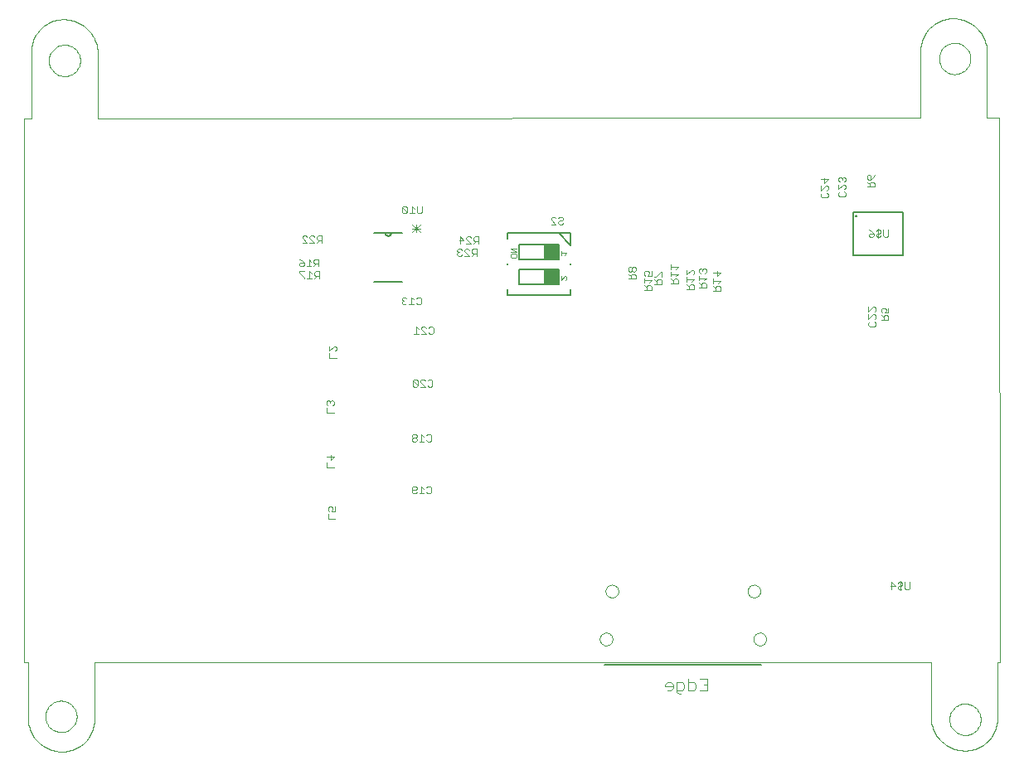
<source format=gbo>
G75*
G70*
%OFA0B0*%
%FSLAX24Y24*%
%IPPOS*%
%LPD*%
%AMOC8*
5,1,8,0,0,1.08239X$1,22.5*
%
%ADD10C,0.0000*%
%ADD11C,0.0060*%
%ADD12C,0.0030*%
%ADD13C,0.0080*%
%ADD14R,0.0591X0.0591*%
%ADD15C,0.0020*%
%ADD16C,0.0050*%
%ADD17C,0.0040*%
D10*
X001652Y000107D02*
X001722Y000109D01*
X001792Y000115D01*
X001862Y000124D01*
X001931Y000137D01*
X002000Y000154D01*
X002067Y000175D01*
X002133Y000199D01*
X002197Y000227D01*
X002260Y000258D01*
X002322Y000293D01*
X002381Y000331D01*
X002438Y000372D01*
X002493Y000416D01*
X002545Y000463D01*
X002595Y000513D01*
X002642Y000565D01*
X002686Y000620D01*
X002727Y000677D01*
X002765Y000736D01*
X002800Y000798D01*
X002831Y000861D01*
X002859Y000925D01*
X002883Y000991D01*
X002904Y001058D01*
X002921Y001127D01*
X002934Y001196D01*
X002943Y001266D01*
X002949Y001336D01*
X002951Y001406D01*
X002951Y003690D01*
X036573Y003690D01*
X036573Y001524D01*
X036575Y001452D01*
X036581Y001380D01*
X036590Y001308D01*
X036603Y001237D01*
X036620Y001167D01*
X036640Y001098D01*
X036665Y001030D01*
X036692Y000964D01*
X036723Y000898D01*
X036758Y000835D01*
X036795Y000773D01*
X036836Y000714D01*
X036880Y000657D01*
X036927Y000602D01*
X036977Y000550D01*
X037029Y000500D01*
X037084Y000453D01*
X037141Y000409D01*
X037200Y000368D01*
X037262Y000331D01*
X037325Y000296D01*
X037391Y000265D01*
X037457Y000238D01*
X037525Y000213D01*
X037594Y000193D01*
X037664Y000176D01*
X037735Y000163D01*
X037807Y000154D01*
X037879Y000148D01*
X037951Y000146D01*
X037321Y001406D02*
X037323Y001456D01*
X037329Y001506D01*
X037339Y001555D01*
X037353Y001603D01*
X037370Y001650D01*
X037391Y001695D01*
X037416Y001739D01*
X037444Y001780D01*
X037476Y001819D01*
X037510Y001856D01*
X037547Y001890D01*
X037587Y001920D01*
X037629Y001947D01*
X037673Y001971D01*
X037719Y001992D01*
X037766Y002008D01*
X037814Y002021D01*
X037864Y002030D01*
X037913Y002035D01*
X037964Y002036D01*
X038014Y002033D01*
X038063Y002026D01*
X038112Y002015D01*
X038160Y002000D01*
X038206Y001982D01*
X038251Y001960D01*
X038294Y001934D01*
X038335Y001905D01*
X038374Y001873D01*
X038410Y001838D01*
X038442Y001800D01*
X038472Y001760D01*
X038499Y001717D01*
X038522Y001673D01*
X038541Y001627D01*
X038557Y001579D01*
X038569Y001530D01*
X038577Y001481D01*
X038581Y001431D01*
X038581Y001381D01*
X038577Y001331D01*
X038569Y001282D01*
X038557Y001233D01*
X038541Y001185D01*
X038522Y001139D01*
X038499Y001095D01*
X038472Y001052D01*
X038442Y001012D01*
X038410Y000974D01*
X038374Y000939D01*
X038335Y000907D01*
X038294Y000878D01*
X038251Y000852D01*
X038206Y000830D01*
X038160Y000812D01*
X038112Y000797D01*
X038063Y000786D01*
X038014Y000779D01*
X037964Y000776D01*
X037913Y000777D01*
X037864Y000782D01*
X037814Y000791D01*
X037766Y000804D01*
X037719Y000820D01*
X037673Y000841D01*
X037629Y000865D01*
X037587Y000892D01*
X037547Y000922D01*
X037510Y000956D01*
X037476Y000993D01*
X037444Y001032D01*
X037416Y001073D01*
X037391Y001117D01*
X037370Y001162D01*
X037353Y001209D01*
X037339Y001257D01*
X037329Y001306D01*
X037323Y001356D01*
X037321Y001406D01*
X037951Y000147D02*
X038021Y000149D01*
X038091Y000155D01*
X038161Y000164D01*
X038230Y000177D01*
X038299Y000194D01*
X038366Y000215D01*
X038432Y000239D01*
X038496Y000267D01*
X038559Y000298D01*
X038621Y000333D01*
X038680Y000371D01*
X038737Y000412D01*
X038792Y000456D01*
X038844Y000503D01*
X038894Y000553D01*
X038941Y000605D01*
X038985Y000660D01*
X039026Y000717D01*
X039064Y000776D01*
X039099Y000838D01*
X039130Y000901D01*
X039158Y000965D01*
X039182Y001031D01*
X039203Y001098D01*
X039220Y001167D01*
X039233Y001236D01*
X039242Y001306D01*
X039248Y001376D01*
X039250Y001446D01*
X039250Y003690D01*
X039349Y003690D01*
X039329Y025619D01*
X038837Y025619D01*
X038837Y028217D01*
X036907Y027981D02*
X036909Y028031D01*
X036915Y028081D01*
X036925Y028130D01*
X036939Y028178D01*
X036956Y028225D01*
X036977Y028270D01*
X037002Y028314D01*
X037030Y028355D01*
X037062Y028394D01*
X037096Y028431D01*
X037133Y028465D01*
X037173Y028495D01*
X037215Y028522D01*
X037259Y028546D01*
X037305Y028567D01*
X037352Y028583D01*
X037400Y028596D01*
X037450Y028605D01*
X037499Y028610D01*
X037550Y028611D01*
X037600Y028608D01*
X037649Y028601D01*
X037698Y028590D01*
X037746Y028575D01*
X037792Y028557D01*
X037837Y028535D01*
X037880Y028509D01*
X037921Y028480D01*
X037960Y028448D01*
X037996Y028413D01*
X038028Y028375D01*
X038058Y028335D01*
X038085Y028292D01*
X038108Y028248D01*
X038127Y028202D01*
X038143Y028154D01*
X038155Y028105D01*
X038163Y028056D01*
X038167Y028006D01*
X038167Y027956D01*
X038163Y027906D01*
X038155Y027857D01*
X038143Y027808D01*
X038127Y027760D01*
X038108Y027714D01*
X038085Y027670D01*
X038058Y027627D01*
X038028Y027587D01*
X037996Y027549D01*
X037960Y027514D01*
X037921Y027482D01*
X037880Y027453D01*
X037837Y027427D01*
X037792Y027405D01*
X037746Y027387D01*
X037698Y027372D01*
X037649Y027361D01*
X037600Y027354D01*
X037550Y027351D01*
X037499Y027352D01*
X037450Y027357D01*
X037400Y027366D01*
X037352Y027379D01*
X037305Y027395D01*
X037259Y027416D01*
X037215Y027440D01*
X037173Y027467D01*
X037133Y027497D01*
X037096Y027531D01*
X037062Y027568D01*
X037030Y027607D01*
X037002Y027648D01*
X036977Y027692D01*
X036956Y027737D01*
X036939Y027784D01*
X036925Y027832D01*
X036915Y027881D01*
X036909Y027931D01*
X036907Y027981D01*
X037459Y029595D02*
X037531Y029593D01*
X037603Y029587D01*
X037675Y029578D01*
X037746Y029565D01*
X037816Y029548D01*
X037885Y029528D01*
X037953Y029503D01*
X038019Y029476D01*
X038085Y029445D01*
X038148Y029410D01*
X038210Y029373D01*
X038269Y029332D01*
X038326Y029288D01*
X038381Y029241D01*
X038433Y029191D01*
X038483Y029139D01*
X038530Y029084D01*
X038574Y029027D01*
X038615Y028968D01*
X038652Y028906D01*
X038687Y028843D01*
X038718Y028777D01*
X038745Y028711D01*
X038770Y028643D01*
X038790Y028574D01*
X038807Y028504D01*
X038820Y028433D01*
X038829Y028361D01*
X038835Y028289D01*
X038837Y028217D01*
X037459Y029595D02*
X037389Y029593D01*
X037319Y029587D01*
X037249Y029578D01*
X037180Y029565D01*
X037111Y029548D01*
X037044Y029527D01*
X036978Y029503D01*
X036914Y029475D01*
X036851Y029444D01*
X036789Y029409D01*
X036730Y029371D01*
X036673Y029330D01*
X036618Y029286D01*
X036566Y029239D01*
X036516Y029189D01*
X036469Y029137D01*
X036425Y029082D01*
X036384Y029025D01*
X036346Y028966D01*
X036311Y028904D01*
X036280Y028841D01*
X036252Y028777D01*
X036228Y028711D01*
X036207Y028644D01*
X036190Y028575D01*
X036177Y028506D01*
X036168Y028436D01*
X036162Y028366D01*
X036160Y028296D01*
X036160Y025619D01*
X003089Y025580D01*
X003089Y028178D01*
X001120Y027902D02*
X001122Y027952D01*
X001128Y028002D01*
X001138Y028051D01*
X001152Y028099D01*
X001169Y028146D01*
X001190Y028191D01*
X001215Y028235D01*
X001243Y028276D01*
X001275Y028315D01*
X001309Y028352D01*
X001346Y028386D01*
X001386Y028416D01*
X001428Y028443D01*
X001472Y028467D01*
X001518Y028488D01*
X001565Y028504D01*
X001613Y028517D01*
X001663Y028526D01*
X001712Y028531D01*
X001763Y028532D01*
X001813Y028529D01*
X001862Y028522D01*
X001911Y028511D01*
X001959Y028496D01*
X002005Y028478D01*
X002050Y028456D01*
X002093Y028430D01*
X002134Y028401D01*
X002173Y028369D01*
X002209Y028334D01*
X002241Y028296D01*
X002271Y028256D01*
X002298Y028213D01*
X002321Y028169D01*
X002340Y028123D01*
X002356Y028075D01*
X002368Y028026D01*
X002376Y027977D01*
X002380Y027927D01*
X002380Y027877D01*
X002376Y027827D01*
X002368Y027778D01*
X002356Y027729D01*
X002340Y027681D01*
X002321Y027635D01*
X002298Y027591D01*
X002271Y027548D01*
X002241Y027508D01*
X002209Y027470D01*
X002173Y027435D01*
X002134Y027403D01*
X002093Y027374D01*
X002050Y027348D01*
X002005Y027326D01*
X001959Y027308D01*
X001911Y027293D01*
X001862Y027282D01*
X001813Y027275D01*
X001763Y027272D01*
X001712Y027273D01*
X001663Y027278D01*
X001613Y027287D01*
X001565Y027300D01*
X001518Y027316D01*
X001472Y027337D01*
X001428Y027361D01*
X001386Y027388D01*
X001346Y027418D01*
X001309Y027452D01*
X001275Y027489D01*
X001243Y027528D01*
X001215Y027569D01*
X001190Y027613D01*
X001169Y027658D01*
X001152Y027705D01*
X001138Y027753D01*
X001128Y027802D01*
X001122Y027852D01*
X001120Y027902D01*
X001711Y029556D02*
X001783Y029554D01*
X001855Y029548D01*
X001927Y029539D01*
X001998Y029526D01*
X002068Y029509D01*
X002137Y029489D01*
X002205Y029464D01*
X002271Y029437D01*
X002337Y029406D01*
X002400Y029371D01*
X002462Y029334D01*
X002521Y029293D01*
X002578Y029249D01*
X002633Y029202D01*
X002685Y029152D01*
X002735Y029100D01*
X002782Y029045D01*
X002826Y028988D01*
X002867Y028929D01*
X002904Y028867D01*
X002939Y028804D01*
X002970Y028738D01*
X002997Y028672D01*
X003022Y028604D01*
X003042Y028535D01*
X003059Y028465D01*
X003072Y028394D01*
X003081Y028322D01*
X003087Y028250D01*
X003089Y028178D01*
X001711Y029556D02*
X001641Y029554D01*
X001571Y029548D01*
X001501Y029539D01*
X001432Y029526D01*
X001363Y029509D01*
X001296Y029488D01*
X001230Y029464D01*
X001166Y029436D01*
X001103Y029405D01*
X001041Y029370D01*
X000982Y029332D01*
X000925Y029291D01*
X000870Y029247D01*
X000818Y029200D01*
X000768Y029150D01*
X000721Y029098D01*
X000677Y029043D01*
X000636Y028986D01*
X000598Y028927D01*
X000563Y028865D01*
X000532Y028802D01*
X000504Y028738D01*
X000480Y028672D01*
X000459Y028605D01*
X000442Y028536D01*
X000429Y028467D01*
X000420Y028397D01*
X000414Y028327D01*
X000412Y028257D01*
X000411Y028257D02*
X000411Y025580D01*
X000136Y025580D01*
X000136Y003690D01*
X000274Y003690D01*
X000274Y001485D01*
X000982Y001524D02*
X000984Y001574D01*
X000990Y001624D01*
X001000Y001673D01*
X001014Y001721D01*
X001031Y001768D01*
X001052Y001813D01*
X001077Y001857D01*
X001105Y001898D01*
X001137Y001937D01*
X001171Y001974D01*
X001208Y002008D01*
X001248Y002038D01*
X001290Y002065D01*
X001334Y002089D01*
X001380Y002110D01*
X001427Y002126D01*
X001475Y002139D01*
X001525Y002148D01*
X001574Y002153D01*
X001625Y002154D01*
X001675Y002151D01*
X001724Y002144D01*
X001773Y002133D01*
X001821Y002118D01*
X001867Y002100D01*
X001912Y002078D01*
X001955Y002052D01*
X001996Y002023D01*
X002035Y001991D01*
X002071Y001956D01*
X002103Y001918D01*
X002133Y001878D01*
X002160Y001835D01*
X002183Y001791D01*
X002202Y001745D01*
X002218Y001697D01*
X002230Y001648D01*
X002238Y001599D01*
X002242Y001549D01*
X002242Y001499D01*
X002238Y001449D01*
X002230Y001400D01*
X002218Y001351D01*
X002202Y001303D01*
X002183Y001257D01*
X002160Y001213D01*
X002133Y001170D01*
X002103Y001130D01*
X002071Y001092D01*
X002035Y001057D01*
X001996Y001025D01*
X001955Y000996D01*
X001912Y000970D01*
X001867Y000948D01*
X001821Y000930D01*
X001773Y000915D01*
X001724Y000904D01*
X001675Y000897D01*
X001625Y000894D01*
X001574Y000895D01*
X001525Y000900D01*
X001475Y000909D01*
X001427Y000922D01*
X001380Y000938D01*
X001334Y000959D01*
X001290Y000983D01*
X001248Y001010D01*
X001208Y001040D01*
X001171Y001074D01*
X001137Y001111D01*
X001105Y001150D01*
X001077Y001191D01*
X001052Y001235D01*
X001031Y001280D01*
X001014Y001327D01*
X001000Y001375D01*
X000990Y001424D01*
X000984Y001474D01*
X000982Y001524D01*
X000274Y001485D02*
X000276Y001413D01*
X000282Y001341D01*
X000291Y001269D01*
X000304Y001198D01*
X000321Y001128D01*
X000341Y001059D01*
X000366Y000991D01*
X000393Y000925D01*
X000424Y000859D01*
X000459Y000796D01*
X000496Y000734D01*
X000537Y000675D01*
X000581Y000618D01*
X000628Y000563D01*
X000678Y000511D01*
X000730Y000461D01*
X000785Y000414D01*
X000842Y000370D01*
X000901Y000329D01*
X000963Y000292D01*
X001026Y000257D01*
X001092Y000226D01*
X001158Y000199D01*
X001226Y000174D01*
X001295Y000154D01*
X001365Y000137D01*
X001436Y000124D01*
X001508Y000115D01*
X001580Y000109D01*
X001652Y000107D01*
X023266Y004635D02*
X023268Y004666D01*
X023274Y004697D01*
X023283Y004727D01*
X023296Y004756D01*
X023313Y004783D01*
X023333Y004807D01*
X023355Y004829D01*
X023381Y004848D01*
X023408Y004864D01*
X023437Y004876D01*
X023467Y004885D01*
X023498Y004890D01*
X023530Y004891D01*
X023561Y004888D01*
X023592Y004881D01*
X023622Y004871D01*
X023650Y004857D01*
X023676Y004839D01*
X023700Y004819D01*
X023721Y004795D01*
X023740Y004770D01*
X023755Y004742D01*
X023766Y004713D01*
X023774Y004682D01*
X023778Y004651D01*
X023778Y004619D01*
X023774Y004588D01*
X023766Y004557D01*
X023755Y004528D01*
X023740Y004500D01*
X023721Y004475D01*
X023700Y004451D01*
X023676Y004431D01*
X023650Y004413D01*
X023622Y004399D01*
X023592Y004389D01*
X023561Y004382D01*
X023530Y004379D01*
X023498Y004380D01*
X023467Y004385D01*
X023437Y004394D01*
X023408Y004406D01*
X023381Y004422D01*
X023355Y004441D01*
X023333Y004463D01*
X023313Y004487D01*
X023296Y004514D01*
X023283Y004543D01*
X023274Y004573D01*
X023268Y004604D01*
X023266Y004635D01*
X023502Y006564D02*
X023504Y006595D01*
X023510Y006626D01*
X023519Y006656D01*
X023532Y006685D01*
X023549Y006712D01*
X023569Y006736D01*
X023591Y006758D01*
X023617Y006777D01*
X023644Y006793D01*
X023673Y006805D01*
X023703Y006814D01*
X023734Y006819D01*
X023766Y006820D01*
X023797Y006817D01*
X023828Y006810D01*
X023858Y006800D01*
X023886Y006786D01*
X023912Y006768D01*
X023936Y006748D01*
X023957Y006724D01*
X023976Y006699D01*
X023991Y006671D01*
X024002Y006642D01*
X024010Y006611D01*
X024014Y006580D01*
X024014Y006548D01*
X024010Y006517D01*
X024002Y006486D01*
X023991Y006457D01*
X023976Y006429D01*
X023957Y006404D01*
X023936Y006380D01*
X023912Y006360D01*
X023886Y006342D01*
X023858Y006328D01*
X023828Y006318D01*
X023797Y006311D01*
X023766Y006308D01*
X023734Y006309D01*
X023703Y006314D01*
X023673Y006323D01*
X023644Y006335D01*
X023617Y006351D01*
X023591Y006370D01*
X023569Y006392D01*
X023549Y006416D01*
X023532Y006443D01*
X023519Y006472D01*
X023510Y006502D01*
X023504Y006533D01*
X023502Y006564D01*
X029211Y006564D02*
X029213Y006595D01*
X029219Y006626D01*
X029228Y006656D01*
X029241Y006685D01*
X029258Y006712D01*
X029278Y006736D01*
X029300Y006758D01*
X029326Y006777D01*
X029353Y006793D01*
X029382Y006805D01*
X029412Y006814D01*
X029443Y006819D01*
X029475Y006820D01*
X029506Y006817D01*
X029537Y006810D01*
X029567Y006800D01*
X029595Y006786D01*
X029621Y006768D01*
X029645Y006748D01*
X029666Y006724D01*
X029685Y006699D01*
X029700Y006671D01*
X029711Y006642D01*
X029719Y006611D01*
X029723Y006580D01*
X029723Y006548D01*
X029719Y006517D01*
X029711Y006486D01*
X029700Y006457D01*
X029685Y006429D01*
X029666Y006404D01*
X029645Y006380D01*
X029621Y006360D01*
X029595Y006342D01*
X029567Y006328D01*
X029537Y006318D01*
X029506Y006311D01*
X029475Y006308D01*
X029443Y006309D01*
X029412Y006314D01*
X029382Y006323D01*
X029353Y006335D01*
X029326Y006351D01*
X029300Y006370D01*
X029278Y006392D01*
X029258Y006416D01*
X029241Y006443D01*
X029228Y006472D01*
X029219Y006502D01*
X029213Y006533D01*
X029211Y006564D01*
X029447Y004635D02*
X029449Y004666D01*
X029455Y004697D01*
X029464Y004727D01*
X029477Y004756D01*
X029494Y004783D01*
X029514Y004807D01*
X029536Y004829D01*
X029562Y004848D01*
X029589Y004864D01*
X029618Y004876D01*
X029648Y004885D01*
X029679Y004890D01*
X029711Y004891D01*
X029742Y004888D01*
X029773Y004881D01*
X029803Y004871D01*
X029831Y004857D01*
X029857Y004839D01*
X029881Y004819D01*
X029902Y004795D01*
X029921Y004770D01*
X029936Y004742D01*
X029947Y004713D01*
X029955Y004682D01*
X029959Y004651D01*
X029959Y004619D01*
X029955Y004588D01*
X029947Y004557D01*
X029936Y004528D01*
X029921Y004500D01*
X029902Y004475D01*
X029881Y004451D01*
X029857Y004431D01*
X029831Y004413D01*
X029803Y004399D01*
X029773Y004389D01*
X029742Y004382D01*
X029711Y004379D01*
X029679Y004380D01*
X029648Y004385D01*
X029618Y004394D01*
X029589Y004406D01*
X029562Y004422D01*
X029536Y004441D01*
X029514Y004463D01*
X029494Y004487D01*
X029477Y004514D01*
X029464Y004543D01*
X029455Y004573D01*
X029449Y004604D01*
X029447Y004635D01*
D11*
X015322Y019009D02*
X014202Y019009D01*
X014202Y020969D02*
X014642Y020969D01*
X014882Y020969D01*
X015322Y020969D01*
X014882Y020969D02*
X014880Y020948D01*
X014875Y020928D01*
X014866Y020909D01*
X014854Y020892D01*
X014839Y020877D01*
X014822Y020865D01*
X014803Y020856D01*
X014783Y020851D01*
X014762Y020849D01*
X014741Y020851D01*
X014721Y020856D01*
X014702Y020865D01*
X014685Y020877D01*
X014670Y020892D01*
X014658Y020909D01*
X014649Y020928D01*
X014644Y020948D01*
X014642Y020969D01*
X014644Y020948D01*
X014649Y020928D01*
X014658Y020909D01*
X014670Y020892D01*
X014685Y020877D01*
X014702Y020865D01*
X014721Y020856D01*
X014741Y020851D01*
X014762Y020849D01*
X014783Y020851D01*
X014803Y020856D01*
X014822Y020865D01*
X014839Y020877D01*
X014854Y020892D01*
X014866Y020909D01*
X014875Y020928D01*
X014880Y020948D01*
X014882Y020969D01*
D12*
X015733Y020992D02*
X016047Y021306D01*
X015733Y020992D01*
X015890Y020992D02*
X015890Y021306D01*
X015890Y020992D01*
X016047Y020992D02*
X015733Y021306D01*
X016047Y020992D01*
X016047Y021149D02*
X015733Y021149D01*
X016047Y021149D01*
X016059Y021754D02*
X015962Y021754D01*
X015913Y021802D01*
X015913Y022044D01*
X015812Y021947D02*
X015716Y022044D01*
X015716Y021754D01*
X015812Y021754D02*
X015619Y021754D01*
X015518Y021802D02*
X015324Y021996D01*
X015324Y021802D01*
X015372Y021754D01*
X015469Y021754D01*
X015518Y021802D01*
X015518Y021996D01*
X015469Y022044D01*
X015372Y022044D01*
X015324Y021996D01*
X016059Y021754D02*
X016107Y021802D01*
X016107Y022044D01*
X017658Y020827D02*
X017803Y020681D01*
X017610Y020681D01*
X017658Y020536D02*
X017658Y020827D01*
X017905Y020778D02*
X017953Y020827D01*
X018050Y020827D01*
X018098Y020778D01*
X018199Y020778D02*
X018199Y020681D01*
X018248Y020633D01*
X018393Y020633D01*
X018393Y020536D02*
X018393Y020827D01*
X018248Y020827D01*
X018199Y020778D01*
X018296Y020633D02*
X018199Y020536D01*
X018098Y020536D02*
X017905Y020730D01*
X017905Y020778D01*
X017905Y020536D02*
X018098Y020536D01*
X018169Y020334D02*
X018120Y020286D01*
X018120Y020189D01*
X018169Y020141D01*
X018314Y020141D01*
X018314Y020044D02*
X018314Y020334D01*
X018169Y020334D01*
X018019Y020286D02*
X017971Y020334D01*
X017874Y020334D01*
X017826Y020286D01*
X017826Y020238D01*
X018019Y020044D01*
X017826Y020044D01*
X017725Y020093D02*
X017676Y020044D01*
X017579Y020044D01*
X017531Y020093D01*
X017531Y020141D01*
X017579Y020189D01*
X017628Y020189D01*
X017579Y020189D02*
X017531Y020238D01*
X017531Y020286D01*
X017579Y020334D01*
X017676Y020334D01*
X017725Y020286D01*
X018120Y020044D02*
X018217Y020141D01*
X016089Y018337D02*
X016089Y018144D01*
X016041Y018095D01*
X015944Y018095D01*
X015896Y018144D01*
X015795Y018095D02*
X015601Y018095D01*
X015698Y018095D02*
X015698Y018386D01*
X015795Y018289D01*
X015896Y018337D02*
X015944Y018386D01*
X016041Y018386D01*
X016089Y018337D01*
X015500Y018337D02*
X015452Y018386D01*
X015355Y018386D01*
X015307Y018337D01*
X015307Y018289D01*
X015355Y018241D01*
X015307Y018192D01*
X015307Y018144D01*
X015355Y018095D01*
X015452Y018095D01*
X015500Y018144D01*
X015403Y018241D02*
X015355Y018241D01*
X015888Y017200D02*
X015888Y016909D01*
X015984Y016909D02*
X015791Y016909D01*
X015984Y017103D02*
X015888Y017200D01*
X016086Y017151D02*
X016134Y017200D01*
X016231Y017200D01*
X016279Y017151D01*
X016380Y017151D02*
X016429Y017200D01*
X016525Y017200D01*
X016574Y017151D01*
X016574Y016958D01*
X016525Y016909D01*
X016429Y016909D01*
X016380Y016958D01*
X016279Y016909D02*
X016086Y017103D01*
X016086Y017151D01*
X016086Y016909D02*
X016279Y016909D01*
X016191Y015074D02*
X016240Y015025D01*
X016191Y015074D02*
X016095Y015074D01*
X016046Y015025D01*
X016046Y014977D01*
X016240Y014784D01*
X016046Y014784D01*
X015945Y014832D02*
X015752Y015025D01*
X015752Y014832D01*
X015800Y014784D01*
X015897Y014784D01*
X015945Y014832D01*
X015945Y015025D01*
X015897Y015074D01*
X015800Y015074D01*
X015752Y015025D01*
X016341Y015025D02*
X016389Y015074D01*
X016486Y015074D01*
X016534Y015025D01*
X016534Y014832D01*
X016486Y014784D01*
X016389Y014784D01*
X016341Y014832D01*
X016350Y012869D02*
X016447Y012869D01*
X016495Y012821D01*
X016495Y012627D01*
X016447Y012579D01*
X016350Y012579D01*
X016301Y012627D01*
X016200Y012579D02*
X016007Y012579D01*
X016104Y012579D02*
X016104Y012869D01*
X016200Y012772D01*
X016301Y012821D02*
X016350Y012869D01*
X015906Y012821D02*
X015906Y012772D01*
X015857Y012724D01*
X015761Y012724D01*
X015712Y012676D01*
X015712Y012627D01*
X015761Y012579D01*
X015857Y012579D01*
X015906Y012627D01*
X015906Y012676D01*
X015857Y012724D01*
X015761Y012724D02*
X015712Y012772D01*
X015712Y012821D01*
X015761Y012869D01*
X015857Y012869D01*
X015906Y012821D01*
X015857Y010782D02*
X015906Y010734D01*
X015906Y010686D01*
X015857Y010637D01*
X015712Y010637D01*
X015712Y010541D02*
X015712Y010734D01*
X015761Y010782D01*
X015857Y010782D01*
X015906Y010541D02*
X015857Y010492D01*
X015761Y010492D01*
X015712Y010541D01*
X016007Y010492D02*
X016200Y010492D01*
X016104Y010492D02*
X016104Y010782D01*
X016200Y010686D01*
X016301Y010734D02*
X016350Y010782D01*
X016447Y010782D01*
X016495Y010734D01*
X016495Y010541D01*
X016447Y010492D01*
X016350Y010492D01*
X016301Y010541D01*
X012634Y009959D02*
X012634Y009765D01*
X012489Y009765D01*
X012537Y009862D01*
X012537Y009910D01*
X012489Y009959D01*
X012392Y009959D01*
X012344Y009910D01*
X012344Y009814D01*
X012392Y009765D01*
X012344Y009664D02*
X012344Y009471D01*
X012634Y009471D01*
X012595Y011537D02*
X012304Y011537D01*
X012304Y011731D01*
X012450Y011832D02*
X012450Y012026D01*
X012595Y011977D02*
X012450Y011832D01*
X012304Y011977D02*
X012595Y011977D01*
X012575Y013742D02*
X012285Y013742D01*
X012285Y013936D01*
X012333Y014037D02*
X012285Y014085D01*
X012285Y014182D01*
X012333Y014230D01*
X012381Y014230D01*
X012430Y014182D01*
X012430Y014134D01*
X012430Y014182D02*
X012478Y014230D01*
X012527Y014230D01*
X012575Y014182D01*
X012575Y014085D01*
X012527Y014037D01*
X012383Y015927D02*
X012383Y016121D01*
X012383Y016222D02*
X012577Y016415D01*
X012625Y016415D01*
X012673Y016367D01*
X012673Y016270D01*
X012625Y016222D01*
X012383Y016222D02*
X012383Y016415D01*
X012383Y015927D02*
X012673Y015927D01*
X011985Y019132D02*
X011985Y019422D01*
X011840Y019422D01*
X011792Y019374D01*
X011792Y019277D01*
X011840Y019229D01*
X011985Y019229D01*
X011888Y019229D02*
X011792Y019132D01*
X011690Y019132D02*
X011497Y019132D01*
X011594Y019132D02*
X011594Y019422D01*
X011690Y019325D01*
X011671Y019624D02*
X011477Y019624D01*
X011574Y019624D02*
X011574Y019914D01*
X011671Y019818D01*
X011772Y019866D02*
X011772Y019769D01*
X011820Y019721D01*
X011965Y019721D01*
X011869Y019721D02*
X011772Y019624D01*
X011965Y019624D02*
X011965Y019914D01*
X011820Y019914D01*
X011772Y019866D01*
X011376Y019769D02*
X011231Y019769D01*
X011183Y019721D01*
X011183Y019672D01*
X011231Y019624D01*
X011328Y019624D01*
X011376Y019672D01*
X011376Y019769D01*
X011279Y019866D01*
X011183Y019914D01*
X011202Y019422D02*
X011202Y019374D01*
X011396Y019180D01*
X011396Y019132D01*
X011396Y019422D02*
X011202Y019422D01*
X011311Y020576D02*
X011504Y020576D01*
X011311Y020769D01*
X011311Y020818D01*
X011359Y020866D01*
X011456Y020866D01*
X011504Y020818D01*
X011605Y020818D02*
X011605Y020769D01*
X011799Y020576D01*
X011605Y020576D01*
X011605Y020818D02*
X011654Y020866D01*
X011750Y020866D01*
X011799Y020818D01*
X011900Y020818D02*
X011900Y020721D01*
X011948Y020672D01*
X012093Y020672D01*
X011997Y020672D02*
X011900Y020576D01*
X012093Y020576D02*
X012093Y020866D01*
X011948Y020866D01*
X011900Y020818D01*
X021306Y021319D02*
X021499Y021319D01*
X021306Y021512D01*
X021306Y021561D01*
X021354Y021609D01*
X021451Y021609D01*
X021499Y021561D01*
X021601Y021561D02*
X021649Y021609D01*
X021746Y021609D01*
X021794Y021561D01*
X021794Y021512D01*
X021746Y021464D01*
X021649Y021464D01*
X021601Y021416D01*
X021601Y021367D01*
X021649Y021319D01*
X021746Y021319D01*
X021794Y021367D01*
X024417Y019564D02*
X024417Y019467D01*
X024465Y019419D01*
X024513Y019419D01*
X024562Y019467D01*
X024562Y019564D01*
X024513Y019612D01*
X024465Y019612D01*
X024417Y019564D01*
X024562Y019564D02*
X024610Y019612D01*
X024659Y019612D01*
X024707Y019564D01*
X024707Y019467D01*
X024659Y019419D01*
X024610Y019419D01*
X024562Y019467D01*
X024562Y019318D02*
X024513Y019269D01*
X024513Y019124D01*
X024417Y019124D02*
X024707Y019124D01*
X024707Y019269D01*
X024659Y019318D01*
X024562Y019318D01*
X024513Y019221D02*
X024417Y019318D01*
X025053Y019299D02*
X025102Y019251D01*
X025053Y019299D02*
X025053Y019396D01*
X025102Y019444D01*
X025198Y019444D01*
X025247Y019396D01*
X025247Y019347D01*
X025198Y019251D01*
X025344Y019251D01*
X025344Y019444D01*
X025467Y019211D02*
X025515Y019211D01*
X025709Y019405D01*
X025757Y019405D01*
X025757Y019211D01*
X025709Y019110D02*
X025612Y019110D01*
X025563Y019062D01*
X025563Y018917D01*
X025467Y018917D02*
X025757Y018917D01*
X025757Y019062D01*
X025709Y019110D01*
X025563Y019013D02*
X025467Y019110D01*
X025344Y019053D02*
X025247Y018956D01*
X025295Y018855D02*
X025198Y018855D01*
X025150Y018806D01*
X025150Y018661D01*
X025053Y018661D02*
X025344Y018661D01*
X025344Y018806D01*
X025295Y018855D01*
X025150Y018758D02*
X025053Y018855D01*
X025053Y018956D02*
X025053Y019149D01*
X025053Y019053D02*
X025344Y019053D01*
X026129Y019121D02*
X026226Y019024D01*
X026226Y019072D02*
X026226Y018927D01*
X026129Y018927D02*
X026419Y018927D01*
X026419Y019072D01*
X026371Y019121D01*
X026274Y019121D01*
X026226Y019072D01*
X026129Y019222D02*
X026129Y019415D01*
X026129Y019319D02*
X026419Y019319D01*
X026323Y019222D01*
X026323Y019516D02*
X026419Y019613D01*
X026129Y019613D01*
X026129Y019516D02*
X026129Y019710D01*
X026766Y019484D02*
X026766Y019290D01*
X026959Y019484D01*
X027008Y019484D01*
X027056Y019435D01*
X027056Y019338D01*
X027008Y019290D01*
X027056Y019092D02*
X026766Y019092D01*
X026766Y018995D02*
X026766Y019189D01*
X026959Y018995D02*
X027056Y019092D01*
X027008Y018894D02*
X026911Y018894D01*
X026863Y018846D01*
X026863Y018701D01*
X026863Y018797D02*
X026766Y018894D01*
X026766Y018701D02*
X027056Y018701D01*
X027056Y018846D01*
X027008Y018894D01*
X027258Y018953D02*
X027355Y018857D01*
X027355Y018905D02*
X027355Y018760D01*
X027258Y018760D02*
X027548Y018760D01*
X027548Y018905D01*
X027500Y018953D01*
X027403Y018953D01*
X027355Y018905D01*
X027452Y019054D02*
X027548Y019151D01*
X027258Y019151D01*
X027258Y019054D02*
X027258Y019248D01*
X027306Y019349D02*
X027258Y019397D01*
X027258Y019494D01*
X027306Y019543D01*
X027355Y019543D01*
X027403Y019494D01*
X027403Y019446D01*
X027403Y019494D02*
X027452Y019543D01*
X027500Y019543D01*
X027548Y019494D01*
X027548Y019397D01*
X027500Y019349D01*
X027829Y019376D02*
X028119Y019376D01*
X027974Y019231D01*
X027974Y019424D01*
X027829Y019130D02*
X027829Y018936D01*
X027829Y019033D02*
X028119Y019033D01*
X028022Y018936D01*
X027974Y018835D02*
X027926Y018787D01*
X027926Y018642D01*
X027926Y018738D02*
X027829Y018835D01*
X027974Y018835D02*
X028071Y018835D01*
X028119Y018787D01*
X028119Y018642D01*
X027829Y018642D01*
X032153Y022440D02*
X032153Y022537D01*
X032201Y022585D01*
X032153Y022686D02*
X032153Y022880D01*
X032298Y022981D02*
X032298Y023175D01*
X032153Y023126D02*
X032443Y023126D01*
X032298Y022981D01*
X032346Y022880D02*
X032395Y022880D01*
X032443Y022832D01*
X032443Y022735D01*
X032395Y022686D01*
X032395Y022585D02*
X032443Y022537D01*
X032443Y022440D01*
X032395Y022392D01*
X032201Y022392D01*
X032153Y022440D01*
X032153Y022686D02*
X032346Y022880D01*
X032862Y022919D02*
X032862Y022726D01*
X033055Y022919D01*
X033103Y022919D01*
X033152Y022871D01*
X033152Y022774D01*
X033103Y022726D01*
X033103Y022625D02*
X033152Y022576D01*
X033152Y022479D01*
X033103Y022431D01*
X032910Y022431D01*
X032862Y022479D01*
X032862Y022576D01*
X032910Y022625D01*
X032910Y023020D02*
X032862Y023069D01*
X032862Y023166D01*
X032910Y023214D01*
X032958Y023214D01*
X033007Y023166D01*
X033007Y023117D01*
X033007Y023166D02*
X033055Y023214D01*
X033103Y023214D01*
X033152Y023166D01*
X033152Y023069D01*
X033103Y023020D01*
X034023Y023018D02*
X034120Y022922D01*
X034120Y022970D02*
X034120Y022825D01*
X034023Y022825D02*
X034313Y022825D01*
X034313Y022970D01*
X034265Y023018D01*
X034168Y023018D01*
X034120Y022970D01*
X034168Y023119D02*
X034168Y023265D01*
X034120Y023313D01*
X034071Y023313D01*
X034023Y023265D01*
X034023Y023168D01*
X034071Y023119D01*
X034168Y023119D01*
X034265Y023216D01*
X034313Y023313D01*
X034472Y021145D02*
X034472Y020758D01*
X034520Y020806D02*
X034423Y020806D01*
X034375Y020854D01*
X034375Y020903D01*
X034423Y020951D01*
X034520Y020951D01*
X034569Y020999D01*
X034569Y021048D01*
X034520Y021096D01*
X034423Y021096D01*
X034375Y021048D01*
X034274Y020951D02*
X034129Y020951D01*
X034080Y020903D01*
X034080Y020854D01*
X034129Y020806D01*
X034226Y020806D01*
X034274Y020854D01*
X034274Y020951D01*
X034177Y021048D01*
X034080Y021096D01*
X034520Y020806D02*
X034569Y020854D01*
X034670Y020854D02*
X034670Y021096D01*
X034863Y021096D02*
X034863Y020854D01*
X034815Y020806D01*
X034718Y020806D01*
X034670Y020854D01*
X034311Y017987D02*
X034359Y017939D01*
X034359Y017842D01*
X034311Y017794D01*
X034311Y017693D02*
X034359Y017644D01*
X034359Y017548D01*
X034311Y017499D01*
X034311Y017398D02*
X034359Y017350D01*
X034359Y017253D01*
X034311Y017205D01*
X034117Y017205D01*
X034069Y017253D01*
X034069Y017350D01*
X034117Y017398D01*
X034069Y017499D02*
X034263Y017693D01*
X034311Y017693D01*
X034069Y017693D02*
X034069Y017499D01*
X034069Y017794D02*
X034263Y017987D01*
X034311Y017987D01*
X034069Y017987D02*
X034069Y017794D01*
X034581Y017803D02*
X034629Y017755D01*
X034581Y017803D02*
X034581Y017900D01*
X034629Y017948D01*
X034726Y017948D01*
X034774Y017900D01*
X034774Y017851D01*
X034726Y017755D01*
X034871Y017755D01*
X034871Y017948D01*
X034823Y017653D02*
X034726Y017653D01*
X034678Y017605D01*
X034678Y017460D01*
X034678Y017557D02*
X034581Y017653D01*
X034581Y017460D02*
X034871Y017460D01*
X034871Y017605D01*
X034823Y017653D01*
X035340Y006976D02*
X035340Y006589D01*
X035388Y006638D02*
X035291Y006638D01*
X035243Y006686D01*
X035243Y006735D01*
X035291Y006783D01*
X035388Y006783D01*
X035436Y006831D01*
X035436Y006880D01*
X035388Y006928D01*
X035291Y006928D01*
X035243Y006880D01*
X035142Y006783D02*
X034997Y006928D01*
X034997Y006638D01*
X034948Y006783D02*
X035142Y006783D01*
X035388Y006638D02*
X035436Y006686D01*
X035538Y006686D02*
X035538Y006928D01*
X035731Y006928D02*
X035731Y006686D01*
X035683Y006638D01*
X035586Y006638D01*
X035538Y006686D01*
D13*
X022095Y018473D02*
X019555Y018473D01*
X019555Y018692D01*
X020037Y018918D02*
X021612Y018918D01*
X021612Y019509D01*
X020037Y019509D01*
X020037Y018918D01*
X019555Y019692D02*
X019555Y019745D01*
X020037Y019918D02*
X021612Y019918D01*
X021612Y020509D01*
X020037Y020509D01*
X020037Y019918D01*
X019555Y020745D02*
X019555Y020963D01*
X022095Y020963D01*
X022095Y020471D01*
X021612Y020954D01*
X022095Y020745D02*
X022095Y020471D01*
X022095Y019745D02*
X022095Y019692D01*
X022095Y018692D02*
X022095Y018473D01*
D14*
X021317Y019213D03*
X021317Y020213D03*
D15*
X021717Y020228D02*
X021717Y020081D01*
X021717Y020155D02*
X021937Y020155D01*
X021864Y020081D01*
X021864Y019228D02*
X021717Y019081D01*
X021717Y019228D01*
X021864Y019228D02*
X021900Y019228D01*
X021937Y019191D01*
X021937Y019118D01*
X021900Y019081D01*
X019919Y020015D02*
X019883Y019978D01*
X019736Y019978D01*
X019699Y020015D01*
X019699Y020088D01*
X019736Y020125D01*
X019883Y020125D01*
X019919Y020088D01*
X019919Y020015D01*
X019919Y020199D02*
X019699Y020346D01*
X019919Y020346D01*
X019919Y020199D02*
X019699Y020199D01*
D16*
X033451Y020068D02*
X035443Y020068D01*
X035443Y021800D01*
X033451Y021800D01*
X033451Y020068D01*
X033561Y021662D02*
X033563Y021670D01*
X033568Y021677D01*
X033575Y021681D01*
X033583Y021682D01*
X033591Y021679D01*
X033597Y021674D01*
X033601Y021666D01*
X033601Y021658D01*
X033597Y021650D01*
X033591Y021645D01*
X033583Y021642D01*
X033575Y021643D01*
X033568Y021647D01*
X033563Y021654D01*
X033561Y021662D01*
X029762Y003611D02*
X023463Y003611D01*
D17*
X025904Y002814D02*
X025904Y002737D01*
X026211Y002737D01*
X026211Y002660D02*
X026211Y002814D01*
X026135Y002891D01*
X025981Y002891D01*
X025904Y002814D01*
X025981Y002584D02*
X026135Y002584D01*
X026211Y002660D01*
X026365Y002584D02*
X026595Y002584D01*
X026672Y002660D01*
X026672Y002814D01*
X026595Y002891D01*
X026365Y002891D01*
X026365Y002507D01*
X026441Y002430D01*
X026518Y002430D01*
X026825Y002584D02*
X027055Y002584D01*
X027132Y002660D01*
X027132Y002814D01*
X027055Y002891D01*
X026825Y002891D01*
X026825Y003044D02*
X026825Y002584D01*
X027285Y002584D02*
X027592Y002584D01*
X027592Y003044D01*
X027285Y003044D01*
X027439Y002814D02*
X027592Y002814D01*
M02*

</source>
